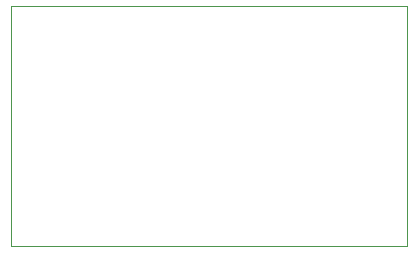
<source format=gbr>
%TF.GenerationSoftware,KiCad,Pcbnew,(6.0.7)*%
%TF.CreationDate,2022-12-26T23:37:46-05:00*%
%TF.ProjectId,Single_Li_Cell_Charger,53696e67-6c65-45f4-9c69-5f43656c6c5f,rev?*%
%TF.SameCoordinates,Original*%
%TF.FileFunction,Profile,NP*%
%FSLAX46Y46*%
G04 Gerber Fmt 4.6, Leading zero omitted, Abs format (unit mm)*
G04 Created by KiCad (PCBNEW (6.0.7)) date 2022-12-26 23:37:46*
%MOMM*%
%LPD*%
G01*
G04 APERTURE LIST*
%TA.AperFunction,Profile*%
%ADD10C,0.100000*%
%TD*%
G04 APERTURE END LIST*
D10*
X18034000Y-34290000D02*
X51562000Y-34290000D01*
X18034000Y-34290000D02*
X18034000Y-13970000D01*
X51562000Y-13970000D02*
X18034000Y-13970000D01*
X51562000Y-13970000D02*
X51562000Y-34290000D01*
M02*

</source>
